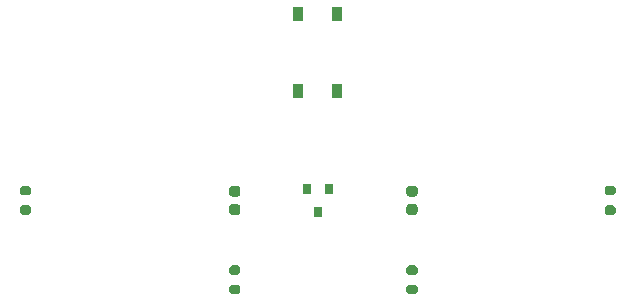
<source format=gbr>
G04 #@! TF.GenerationSoftware,KiCad,Pcbnew,(5.1.7)-1*
G04 #@! TF.CreationDate,2022-04-10T18:55:10-05:00*
G04 #@! TF.ProjectId,ConsolePedalDistortionSMT,436f6e73-6f6c-4655-9065-64616c446973,rev?*
G04 #@! TF.SameCoordinates,Original*
G04 #@! TF.FileFunction,Paste,Top*
G04 #@! TF.FilePolarity,Positive*
%FSLAX46Y46*%
G04 Gerber Fmt 4.6, Leading zero omitted, Abs format (unit mm)*
G04 Created by KiCad (PCBNEW (5.1.7)-1) date 2022-04-10 18:55:10*
%MOMM*%
%LPD*%
G01*
G04 APERTURE LIST*
%ADD10R,0.900000X1.200000*%
%ADD11R,0.800000X0.900000*%
G04 APERTURE END LIST*
G04 #@! TO.C,C1*
G36*
G01*
X140975000Y-95945000D02*
X140475000Y-95945000D01*
G75*
G02*
X140250000Y-95720000I0J225000D01*
G01*
X140250000Y-95270000D01*
G75*
G02*
X140475000Y-95045000I225000J0D01*
G01*
X140975000Y-95045000D01*
G75*
G02*
X141200000Y-95270000I0J-225000D01*
G01*
X141200000Y-95720000D01*
G75*
G02*
X140975000Y-95945000I-225000J0D01*
G01*
G37*
G36*
G01*
X140975000Y-97495000D02*
X140475000Y-97495000D01*
G75*
G02*
X140250000Y-97270000I0J225000D01*
G01*
X140250000Y-96820000D01*
G75*
G02*
X140475000Y-96595000I225000J0D01*
G01*
X140975000Y-96595000D01*
G75*
G02*
X141200000Y-96820000I0J-225000D01*
G01*
X141200000Y-97270000D01*
G75*
G02*
X140975000Y-97495000I-225000J0D01*
G01*
G37*
G04 #@! TD*
G04 #@! TO.C,C2*
G36*
G01*
X125475000Y-95045000D02*
X125975000Y-95045000D01*
G75*
G02*
X126200000Y-95270000I0J-225000D01*
G01*
X126200000Y-95720000D01*
G75*
G02*
X125975000Y-95945000I-225000J0D01*
G01*
X125475000Y-95945000D01*
G75*
G02*
X125250000Y-95720000I0J225000D01*
G01*
X125250000Y-95270000D01*
G75*
G02*
X125475000Y-95045000I225000J0D01*
G01*
G37*
G36*
G01*
X125475000Y-96595000D02*
X125975000Y-96595000D01*
G75*
G02*
X126200000Y-96820000I0J-225000D01*
G01*
X126200000Y-97270000D01*
G75*
G02*
X125975000Y-97495000I-225000J0D01*
G01*
X125475000Y-97495000D01*
G75*
G02*
X125250000Y-97270000I0J225000D01*
G01*
X125250000Y-96820000D01*
G75*
G02*
X125475000Y-96595000I225000J0D01*
G01*
G37*
G04 #@! TD*
D10*
G04 #@! TO.C,D3*
X131100000Y-80500000D03*
X134400000Y-80500000D03*
G04 #@! TD*
G04 #@! TO.C,D4*
X131100000Y-87000000D03*
X134400000Y-87000000D03*
G04 #@! TD*
D11*
G04 #@! TO.C,Q1*
X133700000Y-95270000D03*
X131800000Y-95270000D03*
X132750000Y-97270000D03*
G04 #@! TD*
G04 #@! TO.C,R1*
G36*
G01*
X140450000Y-101775000D02*
X141000000Y-101775000D01*
G75*
G02*
X141200000Y-101975000I0J-200000D01*
G01*
X141200000Y-102375000D01*
G75*
G02*
X141000000Y-102575000I-200000J0D01*
G01*
X140450000Y-102575000D01*
G75*
G02*
X140250000Y-102375000I0J200000D01*
G01*
X140250000Y-101975000D01*
G75*
G02*
X140450000Y-101775000I200000J0D01*
G01*
G37*
G36*
G01*
X140450000Y-103425000D02*
X141000000Y-103425000D01*
G75*
G02*
X141200000Y-103625000I0J-200000D01*
G01*
X141200000Y-104025000D01*
G75*
G02*
X141000000Y-104225000I-200000J0D01*
G01*
X140450000Y-104225000D01*
G75*
G02*
X140250000Y-104025000I0J200000D01*
G01*
X140250000Y-103625000D01*
G75*
G02*
X140450000Y-103425000I200000J0D01*
G01*
G37*
G04 #@! TD*
G04 #@! TO.C,R2*
G36*
G01*
X126000000Y-102575000D02*
X125450000Y-102575000D01*
G75*
G02*
X125250000Y-102375000I0J200000D01*
G01*
X125250000Y-101975000D01*
G75*
G02*
X125450000Y-101775000I200000J0D01*
G01*
X126000000Y-101775000D01*
G75*
G02*
X126200000Y-101975000I0J-200000D01*
G01*
X126200000Y-102375000D01*
G75*
G02*
X126000000Y-102575000I-200000J0D01*
G01*
G37*
G36*
G01*
X126000000Y-104225000D02*
X125450000Y-104225000D01*
G75*
G02*
X125250000Y-104025000I0J200000D01*
G01*
X125250000Y-103625000D01*
G75*
G02*
X125450000Y-103425000I200000J0D01*
G01*
X126000000Y-103425000D01*
G75*
G02*
X126200000Y-103625000I0J-200000D01*
G01*
X126200000Y-104025000D01*
G75*
G02*
X126000000Y-104225000I-200000J0D01*
G01*
G37*
G04 #@! TD*
G04 #@! TO.C,R3*
G36*
G01*
X108275000Y-97495000D02*
X107725000Y-97495000D01*
G75*
G02*
X107525000Y-97295000I0J200000D01*
G01*
X107525000Y-96895000D01*
G75*
G02*
X107725000Y-96695000I200000J0D01*
G01*
X108275000Y-96695000D01*
G75*
G02*
X108475000Y-96895000I0J-200000D01*
G01*
X108475000Y-97295000D01*
G75*
G02*
X108275000Y-97495000I-200000J0D01*
G01*
G37*
G36*
G01*
X108275000Y-95845000D02*
X107725000Y-95845000D01*
G75*
G02*
X107525000Y-95645000I0J200000D01*
G01*
X107525000Y-95245000D01*
G75*
G02*
X107725000Y-95045000I200000J0D01*
G01*
X108275000Y-95045000D01*
G75*
G02*
X108475000Y-95245000I0J-200000D01*
G01*
X108475000Y-95645000D01*
G75*
G02*
X108275000Y-95845000I-200000J0D01*
G01*
G37*
G04 #@! TD*
G04 #@! TO.C,R6*
G36*
G01*
X157775000Y-95845000D02*
X157225000Y-95845000D01*
G75*
G02*
X157025000Y-95645000I0J200000D01*
G01*
X157025000Y-95245000D01*
G75*
G02*
X157225000Y-95045000I200000J0D01*
G01*
X157775000Y-95045000D01*
G75*
G02*
X157975000Y-95245000I0J-200000D01*
G01*
X157975000Y-95645000D01*
G75*
G02*
X157775000Y-95845000I-200000J0D01*
G01*
G37*
G36*
G01*
X157775000Y-97495000D02*
X157225000Y-97495000D01*
G75*
G02*
X157025000Y-97295000I0J200000D01*
G01*
X157025000Y-96895000D01*
G75*
G02*
X157225000Y-96695000I200000J0D01*
G01*
X157775000Y-96695000D01*
G75*
G02*
X157975000Y-96895000I0J-200000D01*
G01*
X157975000Y-97295000D01*
G75*
G02*
X157775000Y-97495000I-200000J0D01*
G01*
G37*
G04 #@! TD*
M02*

</source>
